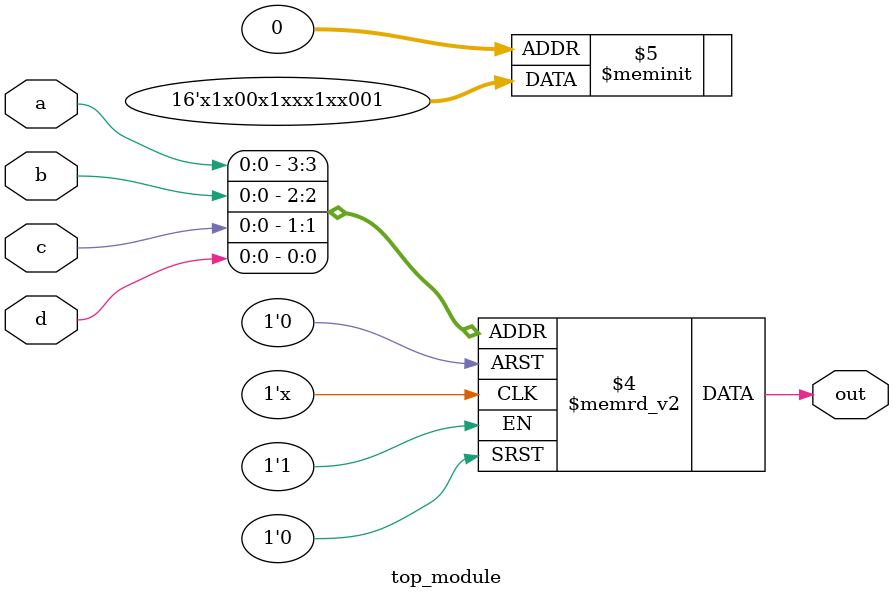
<source format=sv>
module top_module (
    input a, 
    input b,
    input c,
    input d,
    output reg out
);

always @(*) begin
    case ({a, b, c, d})
        4'b0000, 4'b0101, 4'b1001, 4'b1110: out = 1'b1;
        4'b0001, 4'b0010, 4'b1011, 4'b1100: out = 1'b0;
        default: out = 1'bx;
    endcase
end

endmodule

</source>
